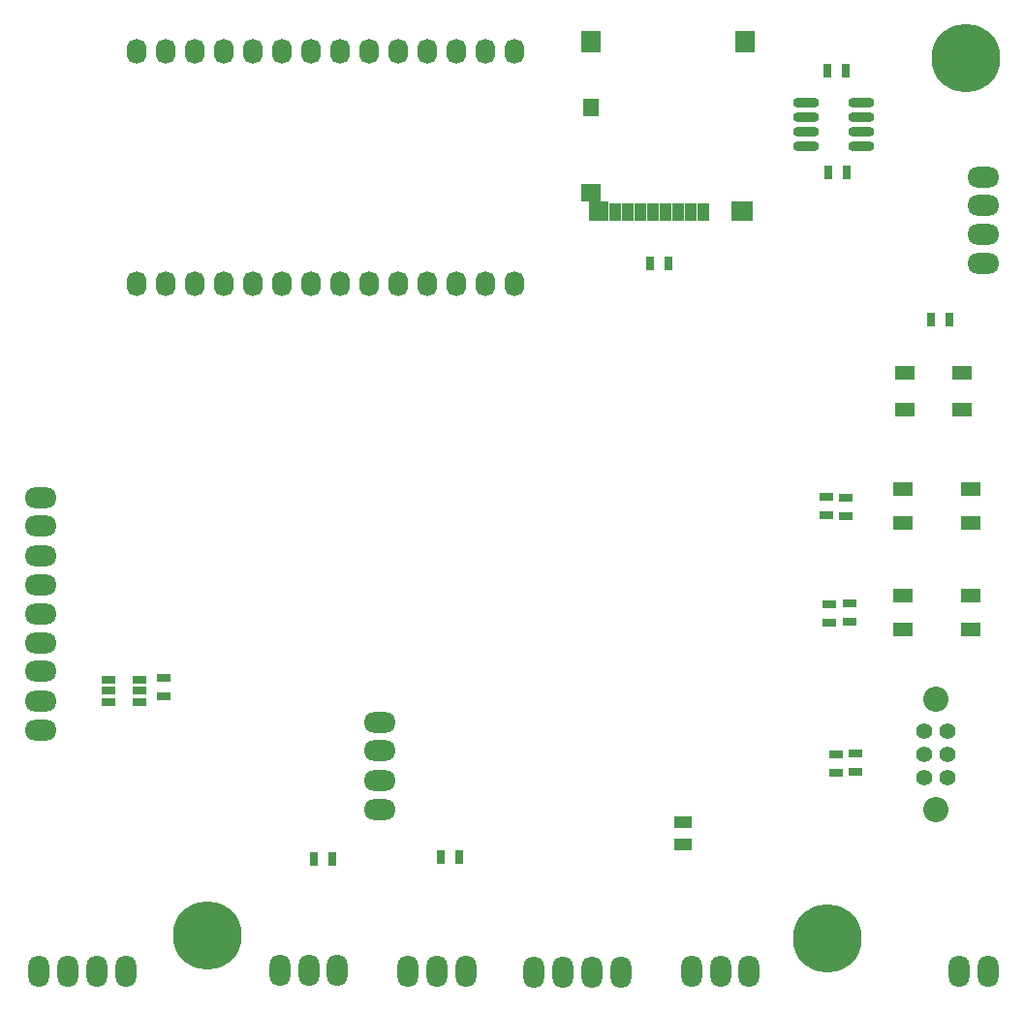
<source format=gts>
G04*
G04 #@! TF.GenerationSoftware,Altium Limited,Altium Designer,21.0.9 (235)*
G04*
G04 Layer_Color=8388736*
%FSLAX44Y44*%
%MOMM*%
G71*
G04*
G04 #@! TF.SameCoordinates,9AB719E8-7283-4354-A60F-73F0A454480C*
G04*
G04*
G04 #@! TF.FilePolarity,Negative*
G04*
G01*
G75*
%ADD30R,1.0032X1.6032*%
%ADD31R,1.8032X1.7032*%
%ADD32R,1.9032X1.7032*%
%ADD33R,1.7032X1.9032*%
%ADD34R,1.4032X1.6032*%
%ADD35R,1.7032X1.5032*%
%ADD36R,1.5032X1.0532*%
%ADD37R,1.7032X1.2032*%
%ADD38R,0.8032X1.1532*%
%ADD39R,1.1532X0.8032*%
%ADD40R,1.7532X1.2032*%
%ADD41O,2.3032X0.8532*%
%ADD42R,1.2032X0.7032*%
%ADD43O,1.7032X2.2032*%
%ADD44O,2.8032X1.8032*%
%ADD45C,1.4032*%
%ADD46C,2.2032*%
%ADD47O,1.8032X2.8032*%
%ADD48C,6.0000*%
D30*
X543978Y695392D02*
D03*
X554978D02*
D03*
X565978D02*
D03*
X576978D02*
D03*
X587978D02*
D03*
X598978D02*
D03*
X609978D02*
D03*
X620978D02*
D03*
D31*
X528978Y696392D02*
D03*
D32*
X654978D02*
D03*
D33*
X522478Y844892D02*
D03*
X657478D02*
D03*
D34*
X522478Y786892D02*
D03*
D35*
Y712892D02*
D03*
D36*
X602996Y162150D02*
D03*
Y142650D02*
D03*
D37*
X846944Y522988D02*
D03*
Y554988D02*
D03*
X796944D02*
D03*
Y522988D02*
D03*
D38*
X819406Y601472D02*
D03*
X835406D02*
D03*
X745346Y819258D02*
D03*
X729346D02*
D03*
X746362Y730866D02*
D03*
X730362D02*
D03*
X590024Y651002D02*
D03*
X574024D02*
D03*
X407288Y131572D02*
D03*
X391288D02*
D03*
X296544Y129794D02*
D03*
X280544D02*
D03*
D39*
X149296Y272522D02*
D03*
Y288522D02*
D03*
X753726Y222162D02*
D03*
Y206162D02*
D03*
X736976Y221634D02*
D03*
Y205634D02*
D03*
X748694Y337518D02*
D03*
Y353518D02*
D03*
X730944Y353018D02*
D03*
Y337018D02*
D03*
X728290Y430456D02*
D03*
Y446456D02*
D03*
X744886Y446273D02*
D03*
Y430273D02*
D03*
D40*
X854134Y453944D02*
D03*
X795134D02*
D03*
Y423944D02*
D03*
X854134D02*
D03*
Y360723D02*
D03*
X795134D02*
D03*
Y330723D02*
D03*
X854134D02*
D03*
D41*
X758650Y753580D02*
D03*
Y766280D02*
D03*
Y778980D02*
D03*
Y791680D02*
D03*
X710150Y753580D02*
D03*
Y766280D02*
D03*
Y778980D02*
D03*
Y791680D02*
D03*
D42*
X100618Y267614D02*
D03*
Y277114D02*
D03*
Y286614D02*
D03*
X127618D02*
D03*
Y277114D02*
D03*
Y267614D02*
D03*
D43*
X455676Y633176D02*
D03*
X430276D02*
D03*
X404876D02*
D03*
X379476D02*
D03*
X354076D02*
D03*
X328676D02*
D03*
X303276D02*
D03*
X277876D02*
D03*
X252476D02*
D03*
X227076D02*
D03*
X201676D02*
D03*
X176276D02*
D03*
X150876D02*
D03*
D03*
X455676Y836676D02*
D03*
X430276D02*
D03*
X404876D02*
D03*
X379476D02*
D03*
X354076D02*
D03*
X328676D02*
D03*
X303276D02*
D03*
X277876D02*
D03*
X252476D02*
D03*
X227076D02*
D03*
X201676D02*
D03*
X176276D02*
D03*
X150876D02*
D03*
X125476D02*
D03*
Y633176D02*
D03*
D44*
X338074Y173736D02*
D03*
Y249936D02*
D03*
Y224936D02*
D03*
Y199136D02*
D03*
X865632Y650748D02*
D03*
Y676148D02*
D03*
Y726548D02*
D03*
Y701548D02*
D03*
X41402Y243078D02*
D03*
Y319278D02*
D03*
Y294278D02*
D03*
Y268478D02*
D03*
Y395478D02*
D03*
Y421278D02*
D03*
Y446278D02*
D03*
Y370078D02*
D03*
Y344678D02*
D03*
D45*
X833976Y201634D02*
D03*
Y221634D02*
D03*
Y241634D02*
D03*
X813976Y201634D02*
D03*
Y221634D02*
D03*
Y241634D02*
D03*
D46*
X823976Y173634D02*
D03*
Y269634D02*
D03*
D47*
X844650Y32250D02*
D03*
X869650D02*
D03*
X40352Y32000D02*
D03*
X65752D02*
D03*
X116152D02*
D03*
X91152D02*
D03*
X300777Y32500D02*
D03*
X275777D02*
D03*
X250377D02*
D03*
X413250Y32250D02*
D03*
X388250D02*
D03*
X362850D02*
D03*
X523750Y31500D02*
D03*
X548750D02*
D03*
X498350D02*
D03*
X472950D02*
D03*
X610500Y31750D02*
D03*
X635900D02*
D03*
X660900D02*
D03*
D48*
X850000Y830000D02*
D03*
X729250Y60734D02*
D03*
X187500Y62984D02*
D03*
M02*

</source>
